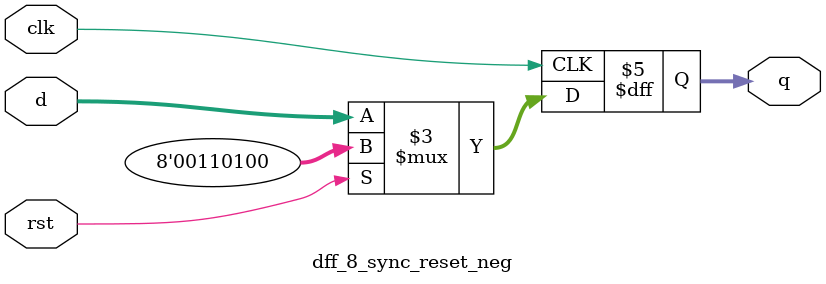
<source format=v>
`timescale 1ns/1ps

module dff_8_sync_reset_neg(
    input clk,
    input rst,
    input [7:0] d,
    output reg [7:0] q
);

always @(negedge clk) begin
    if (rst)
        q <= 8'h34;
    else
        q <= d;
end

endmodule

</source>
